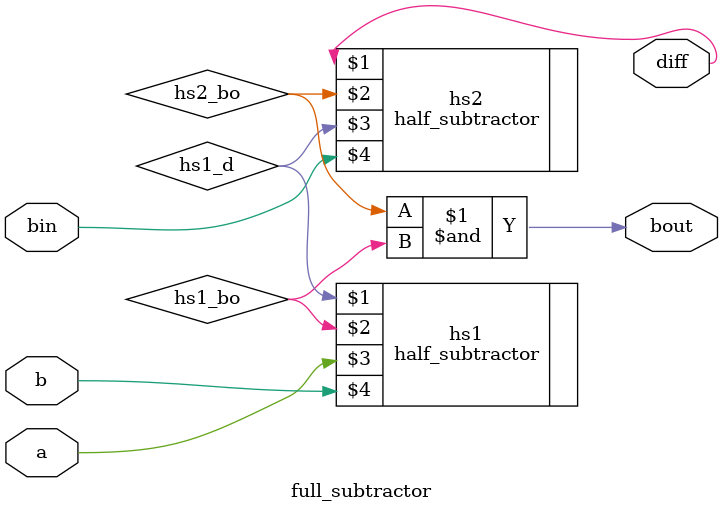
<source format=v>
`timescale 1ns/1ns

module full_subtractor(
	output diff, output bout,
	input a, input b, input bin
	);

	wire hs1_d, hs1_bo, hs2_bo;
	
	half_subtractor hs1(hs1_d, hs1_bo, a, b);
	half_subtractor hs2(diff, hs2_bo, hs1_d, bin);
	
	and(bout, hs2_bo, hs1_bo);
	
endmodule

</source>
